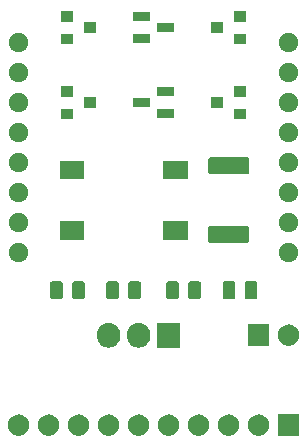
<source format=gbr>
G04 #@! TF.GenerationSoftware,KiCad,Pcbnew,5.1.5+dfsg1-2build2*
G04 #@! TF.CreationDate,2020-08-03T23:06:02+02:00*
G04 #@! TF.ProjectId,transistor_board,7472616e-7369-4737-946f-725f626f6172,rev?*
G04 #@! TF.SameCoordinates,Original*
G04 #@! TF.FileFunction,Soldermask,Top*
G04 #@! TF.FilePolarity,Negative*
%FSLAX46Y46*%
G04 Gerber Fmt 4.6, Leading zero omitted, Abs format (unit mm)*
G04 Created by KiCad (PCBNEW 5.1.5+dfsg1-2build2) date 2020-08-03 23:06:02*
%MOMM*%
%LPD*%
G04 APERTURE LIST*
%ADD10C,0.100000*%
G04 APERTURE END LIST*
D10*
G36*
X138061000Y-134886000D02*
G01*
X136259000Y-134886000D01*
X136259000Y-133084000D01*
X138061000Y-133084000D01*
X138061000Y-134886000D01*
G37*
G36*
X134733512Y-133088927D02*
G01*
X134882812Y-133118624D01*
X135046784Y-133186544D01*
X135194354Y-133285147D01*
X135319853Y-133410646D01*
X135418456Y-133558216D01*
X135486376Y-133722188D01*
X135521000Y-133896259D01*
X135521000Y-134073741D01*
X135486376Y-134247812D01*
X135418456Y-134411784D01*
X135319853Y-134559354D01*
X135194354Y-134684853D01*
X135046784Y-134783456D01*
X134882812Y-134851376D01*
X134733512Y-134881073D01*
X134708742Y-134886000D01*
X134531258Y-134886000D01*
X134506488Y-134881073D01*
X134357188Y-134851376D01*
X134193216Y-134783456D01*
X134045646Y-134684853D01*
X133920147Y-134559354D01*
X133821544Y-134411784D01*
X133753624Y-134247812D01*
X133719000Y-134073741D01*
X133719000Y-133896259D01*
X133753624Y-133722188D01*
X133821544Y-133558216D01*
X133920147Y-133410646D01*
X134045646Y-133285147D01*
X134193216Y-133186544D01*
X134357188Y-133118624D01*
X134506488Y-133088927D01*
X134531258Y-133084000D01*
X134708742Y-133084000D01*
X134733512Y-133088927D01*
G37*
G36*
X132193512Y-133088927D02*
G01*
X132342812Y-133118624D01*
X132506784Y-133186544D01*
X132654354Y-133285147D01*
X132779853Y-133410646D01*
X132878456Y-133558216D01*
X132946376Y-133722188D01*
X132981000Y-133896259D01*
X132981000Y-134073741D01*
X132946376Y-134247812D01*
X132878456Y-134411784D01*
X132779853Y-134559354D01*
X132654354Y-134684853D01*
X132506784Y-134783456D01*
X132342812Y-134851376D01*
X132193512Y-134881073D01*
X132168742Y-134886000D01*
X131991258Y-134886000D01*
X131966488Y-134881073D01*
X131817188Y-134851376D01*
X131653216Y-134783456D01*
X131505646Y-134684853D01*
X131380147Y-134559354D01*
X131281544Y-134411784D01*
X131213624Y-134247812D01*
X131179000Y-134073741D01*
X131179000Y-133896259D01*
X131213624Y-133722188D01*
X131281544Y-133558216D01*
X131380147Y-133410646D01*
X131505646Y-133285147D01*
X131653216Y-133186544D01*
X131817188Y-133118624D01*
X131966488Y-133088927D01*
X131991258Y-133084000D01*
X132168742Y-133084000D01*
X132193512Y-133088927D01*
G37*
G36*
X129653512Y-133088927D02*
G01*
X129802812Y-133118624D01*
X129966784Y-133186544D01*
X130114354Y-133285147D01*
X130239853Y-133410646D01*
X130338456Y-133558216D01*
X130406376Y-133722188D01*
X130441000Y-133896259D01*
X130441000Y-134073741D01*
X130406376Y-134247812D01*
X130338456Y-134411784D01*
X130239853Y-134559354D01*
X130114354Y-134684853D01*
X129966784Y-134783456D01*
X129802812Y-134851376D01*
X129653512Y-134881073D01*
X129628742Y-134886000D01*
X129451258Y-134886000D01*
X129426488Y-134881073D01*
X129277188Y-134851376D01*
X129113216Y-134783456D01*
X128965646Y-134684853D01*
X128840147Y-134559354D01*
X128741544Y-134411784D01*
X128673624Y-134247812D01*
X128639000Y-134073741D01*
X128639000Y-133896259D01*
X128673624Y-133722188D01*
X128741544Y-133558216D01*
X128840147Y-133410646D01*
X128965646Y-133285147D01*
X129113216Y-133186544D01*
X129277188Y-133118624D01*
X129426488Y-133088927D01*
X129451258Y-133084000D01*
X129628742Y-133084000D01*
X129653512Y-133088927D01*
G37*
G36*
X127113512Y-133088927D02*
G01*
X127262812Y-133118624D01*
X127426784Y-133186544D01*
X127574354Y-133285147D01*
X127699853Y-133410646D01*
X127798456Y-133558216D01*
X127866376Y-133722188D01*
X127901000Y-133896259D01*
X127901000Y-134073741D01*
X127866376Y-134247812D01*
X127798456Y-134411784D01*
X127699853Y-134559354D01*
X127574354Y-134684853D01*
X127426784Y-134783456D01*
X127262812Y-134851376D01*
X127113512Y-134881073D01*
X127088742Y-134886000D01*
X126911258Y-134886000D01*
X126886488Y-134881073D01*
X126737188Y-134851376D01*
X126573216Y-134783456D01*
X126425646Y-134684853D01*
X126300147Y-134559354D01*
X126201544Y-134411784D01*
X126133624Y-134247812D01*
X126099000Y-134073741D01*
X126099000Y-133896259D01*
X126133624Y-133722188D01*
X126201544Y-133558216D01*
X126300147Y-133410646D01*
X126425646Y-133285147D01*
X126573216Y-133186544D01*
X126737188Y-133118624D01*
X126886488Y-133088927D01*
X126911258Y-133084000D01*
X127088742Y-133084000D01*
X127113512Y-133088927D01*
G37*
G36*
X124573512Y-133088927D02*
G01*
X124722812Y-133118624D01*
X124886784Y-133186544D01*
X125034354Y-133285147D01*
X125159853Y-133410646D01*
X125258456Y-133558216D01*
X125326376Y-133722188D01*
X125361000Y-133896259D01*
X125361000Y-134073741D01*
X125326376Y-134247812D01*
X125258456Y-134411784D01*
X125159853Y-134559354D01*
X125034354Y-134684853D01*
X124886784Y-134783456D01*
X124722812Y-134851376D01*
X124573512Y-134881073D01*
X124548742Y-134886000D01*
X124371258Y-134886000D01*
X124346488Y-134881073D01*
X124197188Y-134851376D01*
X124033216Y-134783456D01*
X123885646Y-134684853D01*
X123760147Y-134559354D01*
X123661544Y-134411784D01*
X123593624Y-134247812D01*
X123559000Y-134073741D01*
X123559000Y-133896259D01*
X123593624Y-133722188D01*
X123661544Y-133558216D01*
X123760147Y-133410646D01*
X123885646Y-133285147D01*
X124033216Y-133186544D01*
X124197188Y-133118624D01*
X124346488Y-133088927D01*
X124371258Y-133084000D01*
X124548742Y-133084000D01*
X124573512Y-133088927D01*
G37*
G36*
X119493512Y-133088927D02*
G01*
X119642812Y-133118624D01*
X119806784Y-133186544D01*
X119954354Y-133285147D01*
X120079853Y-133410646D01*
X120178456Y-133558216D01*
X120246376Y-133722188D01*
X120281000Y-133896259D01*
X120281000Y-134073741D01*
X120246376Y-134247812D01*
X120178456Y-134411784D01*
X120079853Y-134559354D01*
X119954354Y-134684853D01*
X119806784Y-134783456D01*
X119642812Y-134851376D01*
X119493512Y-134881073D01*
X119468742Y-134886000D01*
X119291258Y-134886000D01*
X119266488Y-134881073D01*
X119117188Y-134851376D01*
X118953216Y-134783456D01*
X118805646Y-134684853D01*
X118680147Y-134559354D01*
X118581544Y-134411784D01*
X118513624Y-134247812D01*
X118479000Y-134073741D01*
X118479000Y-133896259D01*
X118513624Y-133722188D01*
X118581544Y-133558216D01*
X118680147Y-133410646D01*
X118805646Y-133285147D01*
X118953216Y-133186544D01*
X119117188Y-133118624D01*
X119266488Y-133088927D01*
X119291258Y-133084000D01*
X119468742Y-133084000D01*
X119493512Y-133088927D01*
G37*
G36*
X116953512Y-133088927D02*
G01*
X117102812Y-133118624D01*
X117266784Y-133186544D01*
X117414354Y-133285147D01*
X117539853Y-133410646D01*
X117638456Y-133558216D01*
X117706376Y-133722188D01*
X117741000Y-133896259D01*
X117741000Y-134073741D01*
X117706376Y-134247812D01*
X117638456Y-134411784D01*
X117539853Y-134559354D01*
X117414354Y-134684853D01*
X117266784Y-134783456D01*
X117102812Y-134851376D01*
X116953512Y-134881073D01*
X116928742Y-134886000D01*
X116751258Y-134886000D01*
X116726488Y-134881073D01*
X116577188Y-134851376D01*
X116413216Y-134783456D01*
X116265646Y-134684853D01*
X116140147Y-134559354D01*
X116041544Y-134411784D01*
X115973624Y-134247812D01*
X115939000Y-134073741D01*
X115939000Y-133896259D01*
X115973624Y-133722188D01*
X116041544Y-133558216D01*
X116140147Y-133410646D01*
X116265646Y-133285147D01*
X116413216Y-133186544D01*
X116577188Y-133118624D01*
X116726488Y-133088927D01*
X116751258Y-133084000D01*
X116928742Y-133084000D01*
X116953512Y-133088927D01*
G37*
G36*
X114413512Y-133088927D02*
G01*
X114562812Y-133118624D01*
X114726784Y-133186544D01*
X114874354Y-133285147D01*
X114999853Y-133410646D01*
X115098456Y-133558216D01*
X115166376Y-133722188D01*
X115201000Y-133896259D01*
X115201000Y-134073741D01*
X115166376Y-134247812D01*
X115098456Y-134411784D01*
X114999853Y-134559354D01*
X114874354Y-134684853D01*
X114726784Y-134783456D01*
X114562812Y-134851376D01*
X114413512Y-134881073D01*
X114388742Y-134886000D01*
X114211258Y-134886000D01*
X114186488Y-134881073D01*
X114037188Y-134851376D01*
X113873216Y-134783456D01*
X113725646Y-134684853D01*
X113600147Y-134559354D01*
X113501544Y-134411784D01*
X113433624Y-134247812D01*
X113399000Y-134073741D01*
X113399000Y-133896259D01*
X113433624Y-133722188D01*
X113501544Y-133558216D01*
X113600147Y-133410646D01*
X113725646Y-133285147D01*
X113873216Y-133186544D01*
X114037188Y-133118624D01*
X114186488Y-133088927D01*
X114211258Y-133084000D01*
X114388742Y-133084000D01*
X114413512Y-133088927D01*
G37*
G36*
X122033512Y-133088927D02*
G01*
X122182812Y-133118624D01*
X122346784Y-133186544D01*
X122494354Y-133285147D01*
X122619853Y-133410646D01*
X122718456Y-133558216D01*
X122786376Y-133722188D01*
X122821000Y-133896259D01*
X122821000Y-134073741D01*
X122786376Y-134247812D01*
X122718456Y-134411784D01*
X122619853Y-134559354D01*
X122494354Y-134684853D01*
X122346784Y-134783456D01*
X122182812Y-134851376D01*
X122033512Y-134881073D01*
X122008742Y-134886000D01*
X121831258Y-134886000D01*
X121806488Y-134881073D01*
X121657188Y-134851376D01*
X121493216Y-134783456D01*
X121345646Y-134684853D01*
X121220147Y-134559354D01*
X121121544Y-134411784D01*
X121053624Y-134247812D01*
X121019000Y-134073741D01*
X121019000Y-133896259D01*
X121053624Y-133722188D01*
X121121544Y-133558216D01*
X121220147Y-133410646D01*
X121345646Y-133285147D01*
X121493216Y-133186544D01*
X121657188Y-133118624D01*
X121806488Y-133088927D01*
X121831258Y-133084000D01*
X122008742Y-133084000D01*
X122033512Y-133088927D01*
G37*
G36*
X122116720Y-125328520D02*
G01*
X122305881Y-125385901D01*
X122480212Y-125479083D01*
X122633015Y-125604485D01*
X122758417Y-125757288D01*
X122802182Y-125839167D01*
X122851598Y-125931617D01*
X122851599Y-125931620D01*
X122908980Y-126120781D01*
X122923500Y-126268207D01*
X122923500Y-126461794D01*
X122908980Y-126609220D01*
X122851599Y-126798381D01*
X122758417Y-126972712D01*
X122633015Y-127125515D01*
X122480212Y-127250917D01*
X122398333Y-127294682D01*
X122305883Y-127344098D01*
X122305880Y-127344099D01*
X122116719Y-127401480D01*
X121920000Y-127420855D01*
X121723280Y-127401480D01*
X121534119Y-127344099D01*
X121359788Y-127250917D01*
X121206985Y-127125515D01*
X121081583Y-126972712D01*
X121037818Y-126890833D01*
X120988402Y-126798383D01*
X120986400Y-126791782D01*
X120931020Y-126609219D01*
X120916500Y-126461793D01*
X120916500Y-126268206D01*
X120931020Y-126120780D01*
X120988401Y-125931619D01*
X121081583Y-125757288D01*
X121206985Y-125604485D01*
X121359788Y-125479083D01*
X121534120Y-125385901D01*
X121723281Y-125328520D01*
X121920000Y-125309145D01*
X122116720Y-125328520D01*
G37*
G36*
X124656720Y-125328520D02*
G01*
X124845881Y-125385901D01*
X125020212Y-125479083D01*
X125173015Y-125604485D01*
X125298417Y-125757288D01*
X125342182Y-125839167D01*
X125391598Y-125931617D01*
X125391599Y-125931620D01*
X125448980Y-126120781D01*
X125463500Y-126268207D01*
X125463500Y-126461794D01*
X125448980Y-126609220D01*
X125391599Y-126798381D01*
X125298417Y-126972712D01*
X125173015Y-127125515D01*
X125020212Y-127250917D01*
X124938333Y-127294682D01*
X124845883Y-127344098D01*
X124845880Y-127344099D01*
X124656719Y-127401480D01*
X124460000Y-127420855D01*
X124263280Y-127401480D01*
X124074119Y-127344099D01*
X123899788Y-127250917D01*
X123746985Y-127125515D01*
X123621583Y-126972712D01*
X123577818Y-126890833D01*
X123528402Y-126798383D01*
X123526400Y-126791782D01*
X123471020Y-126609219D01*
X123456500Y-126461793D01*
X123456500Y-126268206D01*
X123471020Y-126120780D01*
X123528401Y-125931619D01*
X123621583Y-125757288D01*
X123746985Y-125604485D01*
X123899788Y-125479083D01*
X124074120Y-125385901D01*
X124263281Y-125328520D01*
X124460000Y-125309145D01*
X124656720Y-125328520D01*
G37*
G36*
X128003500Y-127416000D02*
G01*
X125996500Y-127416000D01*
X125996500Y-125314000D01*
X128003500Y-125314000D01*
X128003500Y-127416000D01*
G37*
G36*
X137273512Y-125468927D02*
G01*
X137422812Y-125498624D01*
X137586784Y-125566544D01*
X137734354Y-125665147D01*
X137859853Y-125790646D01*
X137958456Y-125938216D01*
X138026376Y-126102188D01*
X138056073Y-126251488D01*
X138061000Y-126276258D01*
X138061000Y-126453742D01*
X138059398Y-126461794D01*
X138026376Y-126627812D01*
X137958456Y-126791784D01*
X137859853Y-126939354D01*
X137734354Y-127064853D01*
X137586784Y-127163456D01*
X137422812Y-127231376D01*
X137273512Y-127261073D01*
X137248742Y-127266000D01*
X137071258Y-127266000D01*
X137046488Y-127261073D01*
X136897188Y-127231376D01*
X136733216Y-127163456D01*
X136585646Y-127064853D01*
X136460147Y-126939354D01*
X136361544Y-126791784D01*
X136293624Y-126627812D01*
X136260602Y-126461794D01*
X136259000Y-126453742D01*
X136259000Y-126276258D01*
X136263927Y-126251488D01*
X136293624Y-126102188D01*
X136361544Y-125938216D01*
X136460147Y-125790646D01*
X136585646Y-125665147D01*
X136733216Y-125566544D01*
X136897188Y-125498624D01*
X137046488Y-125468927D01*
X137071258Y-125464000D01*
X137248742Y-125464000D01*
X137273512Y-125468927D01*
G37*
G36*
X135521000Y-127266000D02*
G01*
X133719000Y-127266000D01*
X133719000Y-125464000D01*
X135521000Y-125464000D01*
X135521000Y-127266000D01*
G37*
G36*
X134356968Y-121808565D02*
G01*
X134395638Y-121820296D01*
X134431277Y-121839346D01*
X134462517Y-121864983D01*
X134488154Y-121896223D01*
X134507204Y-121931862D01*
X134518935Y-121970532D01*
X134523500Y-122016888D01*
X134523500Y-123093112D01*
X134518935Y-123139468D01*
X134507204Y-123178138D01*
X134488154Y-123213777D01*
X134462517Y-123245017D01*
X134431277Y-123270654D01*
X134395638Y-123289704D01*
X134356968Y-123301435D01*
X134310612Y-123306000D01*
X133659388Y-123306000D01*
X133613032Y-123301435D01*
X133574362Y-123289704D01*
X133538723Y-123270654D01*
X133507483Y-123245017D01*
X133481846Y-123213777D01*
X133462796Y-123178138D01*
X133451065Y-123139468D01*
X133446500Y-123093112D01*
X133446500Y-122016888D01*
X133451065Y-121970532D01*
X133462796Y-121931862D01*
X133481846Y-121896223D01*
X133507483Y-121864983D01*
X133538723Y-121839346D01*
X133574362Y-121820296D01*
X133613032Y-121808565D01*
X133659388Y-121804000D01*
X134310612Y-121804000D01*
X134356968Y-121808565D01*
G37*
G36*
X127704468Y-121808565D02*
G01*
X127743138Y-121820296D01*
X127778777Y-121839346D01*
X127810017Y-121864983D01*
X127835654Y-121896223D01*
X127854704Y-121931862D01*
X127866435Y-121970532D01*
X127871000Y-122016888D01*
X127871000Y-123093112D01*
X127866435Y-123139468D01*
X127854704Y-123178138D01*
X127835654Y-123213777D01*
X127810017Y-123245017D01*
X127778777Y-123270654D01*
X127743138Y-123289704D01*
X127704468Y-123301435D01*
X127658112Y-123306000D01*
X127006888Y-123306000D01*
X126960532Y-123301435D01*
X126921862Y-123289704D01*
X126886223Y-123270654D01*
X126854983Y-123245017D01*
X126829346Y-123213777D01*
X126810296Y-123178138D01*
X126798565Y-123139468D01*
X126794000Y-123093112D01*
X126794000Y-122016888D01*
X126798565Y-121970532D01*
X126810296Y-121931862D01*
X126829346Y-121896223D01*
X126854983Y-121864983D01*
X126886223Y-121839346D01*
X126921862Y-121820296D01*
X126960532Y-121808565D01*
X127006888Y-121804000D01*
X127658112Y-121804000D01*
X127704468Y-121808565D01*
G37*
G36*
X129579468Y-121808565D02*
G01*
X129618138Y-121820296D01*
X129653777Y-121839346D01*
X129685017Y-121864983D01*
X129710654Y-121896223D01*
X129729704Y-121931862D01*
X129741435Y-121970532D01*
X129746000Y-122016888D01*
X129746000Y-123093112D01*
X129741435Y-123139468D01*
X129729704Y-123178138D01*
X129710654Y-123213777D01*
X129685017Y-123245017D01*
X129653777Y-123270654D01*
X129618138Y-123289704D01*
X129579468Y-123301435D01*
X129533112Y-123306000D01*
X128881888Y-123306000D01*
X128835532Y-123301435D01*
X128796862Y-123289704D01*
X128761223Y-123270654D01*
X128729983Y-123245017D01*
X128704346Y-123213777D01*
X128685296Y-123178138D01*
X128673565Y-123139468D01*
X128669000Y-123093112D01*
X128669000Y-122016888D01*
X128673565Y-121970532D01*
X128685296Y-121931862D01*
X128704346Y-121896223D01*
X128729983Y-121864983D01*
X128761223Y-121839346D01*
X128796862Y-121820296D01*
X128835532Y-121808565D01*
X128881888Y-121804000D01*
X129533112Y-121804000D01*
X129579468Y-121808565D01*
G37*
G36*
X124499468Y-121808565D02*
G01*
X124538138Y-121820296D01*
X124573777Y-121839346D01*
X124605017Y-121864983D01*
X124630654Y-121896223D01*
X124649704Y-121931862D01*
X124661435Y-121970532D01*
X124666000Y-122016888D01*
X124666000Y-123093112D01*
X124661435Y-123139468D01*
X124649704Y-123178138D01*
X124630654Y-123213777D01*
X124605017Y-123245017D01*
X124573777Y-123270654D01*
X124538138Y-123289704D01*
X124499468Y-123301435D01*
X124453112Y-123306000D01*
X123801888Y-123306000D01*
X123755532Y-123301435D01*
X123716862Y-123289704D01*
X123681223Y-123270654D01*
X123649983Y-123245017D01*
X123624346Y-123213777D01*
X123605296Y-123178138D01*
X123593565Y-123139468D01*
X123589000Y-123093112D01*
X123589000Y-122016888D01*
X123593565Y-121970532D01*
X123605296Y-121931862D01*
X123624346Y-121896223D01*
X123649983Y-121864983D01*
X123681223Y-121839346D01*
X123716862Y-121820296D01*
X123755532Y-121808565D01*
X123801888Y-121804000D01*
X124453112Y-121804000D01*
X124499468Y-121808565D01*
G37*
G36*
X132481968Y-121808565D02*
G01*
X132520638Y-121820296D01*
X132556277Y-121839346D01*
X132587517Y-121864983D01*
X132613154Y-121896223D01*
X132632204Y-121931862D01*
X132643935Y-121970532D01*
X132648500Y-122016888D01*
X132648500Y-123093112D01*
X132643935Y-123139468D01*
X132632204Y-123178138D01*
X132613154Y-123213777D01*
X132587517Y-123245017D01*
X132556277Y-123270654D01*
X132520638Y-123289704D01*
X132481968Y-123301435D01*
X132435612Y-123306000D01*
X131784388Y-123306000D01*
X131738032Y-123301435D01*
X131699362Y-123289704D01*
X131663723Y-123270654D01*
X131632483Y-123245017D01*
X131606846Y-123213777D01*
X131587796Y-123178138D01*
X131576065Y-123139468D01*
X131571500Y-123093112D01*
X131571500Y-122016888D01*
X131576065Y-121970532D01*
X131587796Y-121931862D01*
X131606846Y-121896223D01*
X131632483Y-121864983D01*
X131663723Y-121839346D01*
X131699362Y-121820296D01*
X131738032Y-121808565D01*
X131784388Y-121804000D01*
X132435612Y-121804000D01*
X132481968Y-121808565D01*
G37*
G36*
X117876968Y-121808565D02*
G01*
X117915638Y-121820296D01*
X117951277Y-121839346D01*
X117982517Y-121864983D01*
X118008154Y-121896223D01*
X118027204Y-121931862D01*
X118038935Y-121970532D01*
X118043500Y-122016888D01*
X118043500Y-123093112D01*
X118038935Y-123139468D01*
X118027204Y-123178138D01*
X118008154Y-123213777D01*
X117982517Y-123245017D01*
X117951277Y-123270654D01*
X117915638Y-123289704D01*
X117876968Y-123301435D01*
X117830612Y-123306000D01*
X117179388Y-123306000D01*
X117133032Y-123301435D01*
X117094362Y-123289704D01*
X117058723Y-123270654D01*
X117027483Y-123245017D01*
X117001846Y-123213777D01*
X116982796Y-123178138D01*
X116971065Y-123139468D01*
X116966500Y-123093112D01*
X116966500Y-122016888D01*
X116971065Y-121970532D01*
X116982796Y-121931862D01*
X117001846Y-121896223D01*
X117027483Y-121864983D01*
X117058723Y-121839346D01*
X117094362Y-121820296D01*
X117133032Y-121808565D01*
X117179388Y-121804000D01*
X117830612Y-121804000D01*
X117876968Y-121808565D01*
G37*
G36*
X119751968Y-121808565D02*
G01*
X119790638Y-121820296D01*
X119826277Y-121839346D01*
X119857517Y-121864983D01*
X119883154Y-121896223D01*
X119902204Y-121931862D01*
X119913935Y-121970532D01*
X119918500Y-122016888D01*
X119918500Y-123093112D01*
X119913935Y-123139468D01*
X119902204Y-123178138D01*
X119883154Y-123213777D01*
X119857517Y-123245017D01*
X119826277Y-123270654D01*
X119790638Y-123289704D01*
X119751968Y-123301435D01*
X119705612Y-123306000D01*
X119054388Y-123306000D01*
X119008032Y-123301435D01*
X118969362Y-123289704D01*
X118933723Y-123270654D01*
X118902483Y-123245017D01*
X118876846Y-123213777D01*
X118857796Y-123178138D01*
X118846065Y-123139468D01*
X118841500Y-123093112D01*
X118841500Y-122016888D01*
X118846065Y-121970532D01*
X118857796Y-121931862D01*
X118876846Y-121896223D01*
X118902483Y-121864983D01*
X118933723Y-121839346D01*
X118969362Y-121820296D01*
X119008032Y-121808565D01*
X119054388Y-121804000D01*
X119705612Y-121804000D01*
X119751968Y-121808565D01*
G37*
G36*
X122624468Y-121808565D02*
G01*
X122663138Y-121820296D01*
X122698777Y-121839346D01*
X122730017Y-121864983D01*
X122755654Y-121896223D01*
X122774704Y-121931862D01*
X122786435Y-121970532D01*
X122791000Y-122016888D01*
X122791000Y-123093112D01*
X122786435Y-123139468D01*
X122774704Y-123178138D01*
X122755654Y-123213777D01*
X122730017Y-123245017D01*
X122698777Y-123270654D01*
X122663138Y-123289704D01*
X122624468Y-123301435D01*
X122578112Y-123306000D01*
X121926888Y-123306000D01*
X121880532Y-123301435D01*
X121841862Y-123289704D01*
X121806223Y-123270654D01*
X121774983Y-123245017D01*
X121749346Y-123213777D01*
X121730296Y-123178138D01*
X121718565Y-123139468D01*
X121714000Y-123093112D01*
X121714000Y-122016888D01*
X121718565Y-121970532D01*
X121730296Y-121931862D01*
X121749346Y-121896223D01*
X121774983Y-121864983D01*
X121806223Y-121839346D01*
X121841862Y-121820296D01*
X121880532Y-121808565D01*
X121926888Y-121804000D01*
X122578112Y-121804000D01*
X122624468Y-121808565D01*
G37*
G36*
X114537142Y-118598242D02*
G01*
X114685101Y-118659529D01*
X114818255Y-118748499D01*
X114931501Y-118861745D01*
X115020471Y-118994899D01*
X115081758Y-119142858D01*
X115113000Y-119299925D01*
X115113000Y-119460075D01*
X115081758Y-119617142D01*
X115020471Y-119765101D01*
X114931501Y-119898255D01*
X114818255Y-120011501D01*
X114685101Y-120100471D01*
X114537142Y-120161758D01*
X114380075Y-120193000D01*
X114219925Y-120193000D01*
X114062858Y-120161758D01*
X113914899Y-120100471D01*
X113781745Y-120011501D01*
X113668499Y-119898255D01*
X113579529Y-119765101D01*
X113518242Y-119617142D01*
X113487000Y-119460075D01*
X113487000Y-119299925D01*
X113518242Y-119142858D01*
X113579529Y-118994899D01*
X113668499Y-118861745D01*
X113781745Y-118748499D01*
X113914899Y-118659529D01*
X114062858Y-118598242D01*
X114219925Y-118567000D01*
X114380075Y-118567000D01*
X114537142Y-118598242D01*
G37*
G36*
X137397142Y-118598242D02*
G01*
X137545101Y-118659529D01*
X137678255Y-118748499D01*
X137791501Y-118861745D01*
X137880471Y-118994899D01*
X137941758Y-119142858D01*
X137973000Y-119299925D01*
X137973000Y-119460075D01*
X137941758Y-119617142D01*
X137880471Y-119765101D01*
X137791501Y-119898255D01*
X137678255Y-120011501D01*
X137545101Y-120100471D01*
X137397142Y-120161758D01*
X137240075Y-120193000D01*
X137079925Y-120193000D01*
X136922858Y-120161758D01*
X136774899Y-120100471D01*
X136641745Y-120011501D01*
X136528499Y-119898255D01*
X136439529Y-119765101D01*
X136378242Y-119617142D01*
X136347000Y-119460075D01*
X136347000Y-119299925D01*
X136378242Y-119142858D01*
X136439529Y-118994899D01*
X136528499Y-118861745D01*
X136641745Y-118748499D01*
X136774899Y-118659529D01*
X136922858Y-118598242D01*
X137079925Y-118567000D01*
X137240075Y-118567000D01*
X137397142Y-118598242D01*
G37*
G36*
X133652798Y-117113247D02*
G01*
X133688367Y-117124037D01*
X133721139Y-117141554D01*
X133749869Y-117165131D01*
X133773446Y-117193861D01*
X133790963Y-117226633D01*
X133801753Y-117262202D01*
X133806000Y-117305325D01*
X133806000Y-118364675D01*
X133801753Y-118407798D01*
X133790963Y-118443367D01*
X133773446Y-118476139D01*
X133749869Y-118504869D01*
X133721139Y-118528446D01*
X133688367Y-118545963D01*
X133652798Y-118556753D01*
X133609675Y-118561000D01*
X130550325Y-118561000D01*
X130507202Y-118556753D01*
X130471633Y-118545963D01*
X130438861Y-118528446D01*
X130410131Y-118504869D01*
X130386554Y-118476139D01*
X130369037Y-118443367D01*
X130358247Y-118407798D01*
X130354000Y-118364675D01*
X130354000Y-117305325D01*
X130358247Y-117262202D01*
X130369037Y-117226633D01*
X130386554Y-117193861D01*
X130410131Y-117165131D01*
X130438861Y-117141554D01*
X130471633Y-117124037D01*
X130507202Y-117113247D01*
X130550325Y-117109000D01*
X133609675Y-117109000D01*
X133652798Y-117113247D01*
G37*
G36*
X128611000Y-118286000D02*
G01*
X126509000Y-118286000D01*
X126509000Y-116684000D01*
X128611000Y-116684000D01*
X128611000Y-118286000D01*
G37*
G36*
X119871000Y-118286000D02*
G01*
X117769000Y-118286000D01*
X117769000Y-116684000D01*
X119871000Y-116684000D01*
X119871000Y-118286000D01*
G37*
G36*
X137397142Y-116058242D02*
G01*
X137545101Y-116119529D01*
X137678255Y-116208499D01*
X137791501Y-116321745D01*
X137880471Y-116454899D01*
X137941758Y-116602858D01*
X137973000Y-116759925D01*
X137973000Y-116920075D01*
X137941758Y-117077142D01*
X137880471Y-117225101D01*
X137791501Y-117358255D01*
X137678255Y-117471501D01*
X137545101Y-117560471D01*
X137397142Y-117621758D01*
X137240075Y-117653000D01*
X137079925Y-117653000D01*
X136922858Y-117621758D01*
X136774899Y-117560471D01*
X136641745Y-117471501D01*
X136528499Y-117358255D01*
X136439529Y-117225101D01*
X136378242Y-117077142D01*
X136347000Y-116920075D01*
X136347000Y-116759925D01*
X136378242Y-116602858D01*
X136439529Y-116454899D01*
X136528499Y-116321745D01*
X136641745Y-116208499D01*
X136774899Y-116119529D01*
X136922858Y-116058242D01*
X137079925Y-116027000D01*
X137240075Y-116027000D01*
X137397142Y-116058242D01*
G37*
G36*
X114537142Y-116058242D02*
G01*
X114685101Y-116119529D01*
X114818255Y-116208499D01*
X114931501Y-116321745D01*
X115020471Y-116454899D01*
X115081758Y-116602858D01*
X115113000Y-116759925D01*
X115113000Y-116920075D01*
X115081758Y-117077142D01*
X115020471Y-117225101D01*
X114931501Y-117358255D01*
X114818255Y-117471501D01*
X114685101Y-117560471D01*
X114537142Y-117621758D01*
X114380075Y-117653000D01*
X114219925Y-117653000D01*
X114062858Y-117621758D01*
X113914899Y-117560471D01*
X113781745Y-117471501D01*
X113668499Y-117358255D01*
X113579529Y-117225101D01*
X113518242Y-117077142D01*
X113487000Y-116920075D01*
X113487000Y-116759925D01*
X113518242Y-116602858D01*
X113579529Y-116454899D01*
X113668499Y-116321745D01*
X113781745Y-116208499D01*
X113914899Y-116119529D01*
X114062858Y-116058242D01*
X114219925Y-116027000D01*
X114380075Y-116027000D01*
X114537142Y-116058242D01*
G37*
G36*
X137397142Y-113518242D02*
G01*
X137545101Y-113579529D01*
X137678255Y-113668499D01*
X137791501Y-113781745D01*
X137880471Y-113914899D01*
X137941758Y-114062858D01*
X137973000Y-114219925D01*
X137973000Y-114380075D01*
X137941758Y-114537142D01*
X137880471Y-114685101D01*
X137791501Y-114818255D01*
X137678255Y-114931501D01*
X137545101Y-115020471D01*
X137397142Y-115081758D01*
X137240075Y-115113000D01*
X137079925Y-115113000D01*
X136922858Y-115081758D01*
X136774899Y-115020471D01*
X136641745Y-114931501D01*
X136528499Y-114818255D01*
X136439529Y-114685101D01*
X136378242Y-114537142D01*
X136347000Y-114380075D01*
X136347000Y-114219925D01*
X136378242Y-114062858D01*
X136439529Y-113914899D01*
X136528499Y-113781745D01*
X136641745Y-113668499D01*
X136774899Y-113579529D01*
X136922858Y-113518242D01*
X137079925Y-113487000D01*
X137240075Y-113487000D01*
X137397142Y-113518242D01*
G37*
G36*
X114537142Y-113518242D02*
G01*
X114685101Y-113579529D01*
X114818255Y-113668499D01*
X114931501Y-113781745D01*
X115020471Y-113914899D01*
X115081758Y-114062858D01*
X115113000Y-114219925D01*
X115113000Y-114380075D01*
X115081758Y-114537142D01*
X115020471Y-114685101D01*
X114931501Y-114818255D01*
X114818255Y-114931501D01*
X114685101Y-115020471D01*
X114537142Y-115081758D01*
X114380075Y-115113000D01*
X114219925Y-115113000D01*
X114062858Y-115081758D01*
X113914899Y-115020471D01*
X113781745Y-114931501D01*
X113668499Y-114818255D01*
X113579529Y-114685101D01*
X113518242Y-114537142D01*
X113487000Y-114380075D01*
X113487000Y-114219925D01*
X113518242Y-114062858D01*
X113579529Y-113914899D01*
X113668499Y-113781745D01*
X113781745Y-113668499D01*
X113914899Y-113579529D01*
X114062858Y-113518242D01*
X114219925Y-113487000D01*
X114380075Y-113487000D01*
X114537142Y-113518242D01*
G37*
G36*
X119871000Y-113186000D02*
G01*
X117769000Y-113186000D01*
X117769000Y-111584000D01*
X119871000Y-111584000D01*
X119871000Y-113186000D01*
G37*
G36*
X128611000Y-113186000D02*
G01*
X126509000Y-113186000D01*
X126509000Y-111584000D01*
X128611000Y-111584000D01*
X128611000Y-113186000D01*
G37*
G36*
X133652798Y-111313247D02*
G01*
X133688367Y-111324037D01*
X133721139Y-111341554D01*
X133749869Y-111365131D01*
X133773446Y-111393861D01*
X133790963Y-111426633D01*
X133801753Y-111462202D01*
X133806000Y-111505325D01*
X133806000Y-112564675D01*
X133801753Y-112607798D01*
X133790963Y-112643367D01*
X133773446Y-112676139D01*
X133749869Y-112704869D01*
X133721139Y-112728446D01*
X133688367Y-112745963D01*
X133652798Y-112756753D01*
X133609675Y-112761000D01*
X130550325Y-112761000D01*
X130507202Y-112756753D01*
X130471633Y-112745963D01*
X130438861Y-112728446D01*
X130410131Y-112704869D01*
X130386554Y-112676139D01*
X130369037Y-112643367D01*
X130358247Y-112607798D01*
X130354000Y-112564675D01*
X130354000Y-111505325D01*
X130358247Y-111462202D01*
X130369037Y-111426633D01*
X130386554Y-111393861D01*
X130410131Y-111365131D01*
X130438861Y-111341554D01*
X130471633Y-111324037D01*
X130507202Y-111313247D01*
X130550325Y-111309000D01*
X133609675Y-111309000D01*
X133652798Y-111313247D01*
G37*
G36*
X114537142Y-110978242D02*
G01*
X114685101Y-111039529D01*
X114818255Y-111128499D01*
X114931501Y-111241745D01*
X115020471Y-111374899D01*
X115081758Y-111522858D01*
X115113000Y-111679925D01*
X115113000Y-111840075D01*
X115081758Y-111997142D01*
X115020471Y-112145101D01*
X114931501Y-112278255D01*
X114818255Y-112391501D01*
X114685101Y-112480471D01*
X114537142Y-112541758D01*
X114380075Y-112573000D01*
X114219925Y-112573000D01*
X114062858Y-112541758D01*
X113914899Y-112480471D01*
X113781745Y-112391501D01*
X113668499Y-112278255D01*
X113579529Y-112145101D01*
X113518242Y-111997142D01*
X113487000Y-111840075D01*
X113487000Y-111679925D01*
X113518242Y-111522858D01*
X113579529Y-111374899D01*
X113668499Y-111241745D01*
X113781745Y-111128499D01*
X113914899Y-111039529D01*
X114062858Y-110978242D01*
X114219925Y-110947000D01*
X114380075Y-110947000D01*
X114537142Y-110978242D01*
G37*
G36*
X137397142Y-110978242D02*
G01*
X137545101Y-111039529D01*
X137678255Y-111128499D01*
X137791501Y-111241745D01*
X137880471Y-111374899D01*
X137941758Y-111522858D01*
X137973000Y-111679925D01*
X137973000Y-111840075D01*
X137941758Y-111997142D01*
X137880471Y-112145101D01*
X137791501Y-112278255D01*
X137678255Y-112391501D01*
X137545101Y-112480471D01*
X137397142Y-112541758D01*
X137240075Y-112573000D01*
X137079925Y-112573000D01*
X136922858Y-112541758D01*
X136774899Y-112480471D01*
X136641745Y-112391501D01*
X136528499Y-112278255D01*
X136439529Y-112145101D01*
X136378242Y-111997142D01*
X136347000Y-111840075D01*
X136347000Y-111679925D01*
X136378242Y-111522858D01*
X136439529Y-111374899D01*
X136528499Y-111241745D01*
X136641745Y-111128499D01*
X136774899Y-111039529D01*
X136922858Y-110978242D01*
X137079925Y-110947000D01*
X137240075Y-110947000D01*
X137397142Y-110978242D01*
G37*
G36*
X137397142Y-108438242D02*
G01*
X137545101Y-108499529D01*
X137678255Y-108588499D01*
X137791501Y-108701745D01*
X137880471Y-108834899D01*
X137941758Y-108982858D01*
X137973000Y-109139925D01*
X137973000Y-109300075D01*
X137941758Y-109457142D01*
X137880471Y-109605101D01*
X137791501Y-109738255D01*
X137678255Y-109851501D01*
X137545101Y-109940471D01*
X137397142Y-110001758D01*
X137240075Y-110033000D01*
X137079925Y-110033000D01*
X136922858Y-110001758D01*
X136774899Y-109940471D01*
X136641745Y-109851501D01*
X136528499Y-109738255D01*
X136439529Y-109605101D01*
X136378242Y-109457142D01*
X136347000Y-109300075D01*
X136347000Y-109139925D01*
X136378242Y-108982858D01*
X136439529Y-108834899D01*
X136528499Y-108701745D01*
X136641745Y-108588499D01*
X136774899Y-108499529D01*
X136922858Y-108438242D01*
X137079925Y-108407000D01*
X137240075Y-108407000D01*
X137397142Y-108438242D01*
G37*
G36*
X114537142Y-108438242D02*
G01*
X114685101Y-108499529D01*
X114818255Y-108588499D01*
X114931501Y-108701745D01*
X115020471Y-108834899D01*
X115081758Y-108982858D01*
X115113000Y-109139925D01*
X115113000Y-109300075D01*
X115081758Y-109457142D01*
X115020471Y-109605101D01*
X114931501Y-109738255D01*
X114818255Y-109851501D01*
X114685101Y-109940471D01*
X114537142Y-110001758D01*
X114380075Y-110033000D01*
X114219925Y-110033000D01*
X114062858Y-110001758D01*
X113914899Y-109940471D01*
X113781745Y-109851501D01*
X113668499Y-109738255D01*
X113579529Y-109605101D01*
X113518242Y-109457142D01*
X113487000Y-109300075D01*
X113487000Y-109139925D01*
X113518242Y-108982858D01*
X113579529Y-108834899D01*
X113668499Y-108701745D01*
X113781745Y-108588499D01*
X113914899Y-108499529D01*
X114062858Y-108438242D01*
X114219925Y-108407000D01*
X114380075Y-108407000D01*
X114537142Y-108438242D01*
G37*
G36*
X118881000Y-108081000D02*
G01*
X117879000Y-108081000D01*
X117879000Y-107179000D01*
X118881000Y-107179000D01*
X118881000Y-108081000D01*
G37*
G36*
X133581000Y-108081000D02*
G01*
X132579000Y-108081000D01*
X132579000Y-107179000D01*
X133581000Y-107179000D01*
X133581000Y-108081000D01*
G37*
G36*
X127500000Y-108000000D02*
G01*
X126060000Y-108000000D01*
X126060000Y-107260000D01*
X127500000Y-107260000D01*
X127500000Y-108000000D01*
G37*
G36*
X137397142Y-105898242D02*
G01*
X137545101Y-105959529D01*
X137678255Y-106048499D01*
X137791501Y-106161745D01*
X137880471Y-106294899D01*
X137941758Y-106442858D01*
X137973000Y-106599925D01*
X137973000Y-106760075D01*
X137941758Y-106917142D01*
X137880471Y-107065101D01*
X137791501Y-107198255D01*
X137678255Y-107311501D01*
X137545101Y-107400471D01*
X137397142Y-107461758D01*
X137240075Y-107493000D01*
X137079925Y-107493000D01*
X136922858Y-107461758D01*
X136774899Y-107400471D01*
X136641745Y-107311501D01*
X136528499Y-107198255D01*
X136439529Y-107065101D01*
X136378242Y-106917142D01*
X136347000Y-106760075D01*
X136347000Y-106599925D01*
X136378242Y-106442858D01*
X136439529Y-106294899D01*
X136528499Y-106161745D01*
X136641745Y-106048499D01*
X136774899Y-105959529D01*
X136922858Y-105898242D01*
X137079925Y-105867000D01*
X137240075Y-105867000D01*
X137397142Y-105898242D01*
G37*
G36*
X114537142Y-105898242D02*
G01*
X114685101Y-105959529D01*
X114818255Y-106048499D01*
X114931501Y-106161745D01*
X115020471Y-106294899D01*
X115081758Y-106442858D01*
X115113000Y-106599925D01*
X115113000Y-106760075D01*
X115081758Y-106917142D01*
X115020471Y-107065101D01*
X114931501Y-107198255D01*
X114818255Y-107311501D01*
X114685101Y-107400471D01*
X114537142Y-107461758D01*
X114380075Y-107493000D01*
X114219925Y-107493000D01*
X114062858Y-107461758D01*
X113914899Y-107400471D01*
X113781745Y-107311501D01*
X113668499Y-107198255D01*
X113579529Y-107065101D01*
X113518242Y-106917142D01*
X113487000Y-106760075D01*
X113487000Y-106599925D01*
X113518242Y-106442858D01*
X113579529Y-106294899D01*
X113668499Y-106161745D01*
X113781745Y-106048499D01*
X113914899Y-105959529D01*
X114062858Y-105898242D01*
X114219925Y-105867000D01*
X114380075Y-105867000D01*
X114537142Y-105898242D01*
G37*
G36*
X131581000Y-107131000D02*
G01*
X130579000Y-107131000D01*
X130579000Y-106229000D01*
X131581000Y-106229000D01*
X131581000Y-107131000D01*
G37*
G36*
X120881000Y-107131000D02*
G01*
X119879000Y-107131000D01*
X119879000Y-106229000D01*
X120881000Y-106229000D01*
X120881000Y-107131000D01*
G37*
G36*
X125400000Y-107050000D02*
G01*
X123960000Y-107050000D01*
X123960000Y-106310000D01*
X125400000Y-106310000D01*
X125400000Y-107050000D01*
G37*
G36*
X133581000Y-106181000D02*
G01*
X132579000Y-106181000D01*
X132579000Y-105279000D01*
X133581000Y-105279000D01*
X133581000Y-106181000D01*
G37*
G36*
X118881000Y-106181000D02*
G01*
X117879000Y-106181000D01*
X117879000Y-105279000D01*
X118881000Y-105279000D01*
X118881000Y-106181000D01*
G37*
G36*
X127500000Y-106100000D02*
G01*
X126060000Y-106100000D01*
X126060000Y-105360000D01*
X127500000Y-105360000D01*
X127500000Y-106100000D01*
G37*
G36*
X137397142Y-103358242D02*
G01*
X137545101Y-103419529D01*
X137678255Y-103508499D01*
X137791501Y-103621745D01*
X137880471Y-103754899D01*
X137941758Y-103902858D01*
X137973000Y-104059925D01*
X137973000Y-104220075D01*
X137941758Y-104377142D01*
X137880471Y-104525101D01*
X137791501Y-104658255D01*
X137678255Y-104771501D01*
X137545101Y-104860471D01*
X137397142Y-104921758D01*
X137240075Y-104953000D01*
X137079925Y-104953000D01*
X136922858Y-104921758D01*
X136774899Y-104860471D01*
X136641745Y-104771501D01*
X136528499Y-104658255D01*
X136439529Y-104525101D01*
X136378242Y-104377142D01*
X136347000Y-104220075D01*
X136347000Y-104059925D01*
X136378242Y-103902858D01*
X136439529Y-103754899D01*
X136528499Y-103621745D01*
X136641745Y-103508499D01*
X136774899Y-103419529D01*
X136922858Y-103358242D01*
X137079925Y-103327000D01*
X137240075Y-103327000D01*
X137397142Y-103358242D01*
G37*
G36*
X114537142Y-103358242D02*
G01*
X114685101Y-103419529D01*
X114818255Y-103508499D01*
X114931501Y-103621745D01*
X115020471Y-103754899D01*
X115081758Y-103902858D01*
X115113000Y-104059925D01*
X115113000Y-104220075D01*
X115081758Y-104377142D01*
X115020471Y-104525101D01*
X114931501Y-104658255D01*
X114818255Y-104771501D01*
X114685101Y-104860471D01*
X114537142Y-104921758D01*
X114380075Y-104953000D01*
X114219925Y-104953000D01*
X114062858Y-104921758D01*
X113914899Y-104860471D01*
X113781745Y-104771501D01*
X113668499Y-104658255D01*
X113579529Y-104525101D01*
X113518242Y-104377142D01*
X113487000Y-104220075D01*
X113487000Y-104059925D01*
X113518242Y-103902858D01*
X113579529Y-103754899D01*
X113668499Y-103621745D01*
X113781745Y-103508499D01*
X113914899Y-103419529D01*
X114062858Y-103358242D01*
X114219925Y-103327000D01*
X114380075Y-103327000D01*
X114537142Y-103358242D01*
G37*
G36*
X137397142Y-100818242D02*
G01*
X137545101Y-100879529D01*
X137678255Y-100968499D01*
X137791501Y-101081745D01*
X137880471Y-101214899D01*
X137941758Y-101362858D01*
X137973000Y-101519925D01*
X137973000Y-101680075D01*
X137941758Y-101837142D01*
X137880471Y-101985101D01*
X137791501Y-102118255D01*
X137678255Y-102231501D01*
X137545101Y-102320471D01*
X137397142Y-102381758D01*
X137240075Y-102413000D01*
X137079925Y-102413000D01*
X136922858Y-102381758D01*
X136774899Y-102320471D01*
X136641745Y-102231501D01*
X136528499Y-102118255D01*
X136439529Y-101985101D01*
X136378242Y-101837142D01*
X136347000Y-101680075D01*
X136347000Y-101519925D01*
X136378242Y-101362858D01*
X136439529Y-101214899D01*
X136528499Y-101081745D01*
X136641745Y-100968499D01*
X136774899Y-100879529D01*
X136922858Y-100818242D01*
X137079925Y-100787000D01*
X137240075Y-100787000D01*
X137397142Y-100818242D01*
G37*
G36*
X114537142Y-100818242D02*
G01*
X114685101Y-100879529D01*
X114818255Y-100968499D01*
X114931501Y-101081745D01*
X115020471Y-101214899D01*
X115081758Y-101362858D01*
X115113000Y-101519925D01*
X115113000Y-101680075D01*
X115081758Y-101837142D01*
X115020471Y-101985101D01*
X114931501Y-102118255D01*
X114818255Y-102231501D01*
X114685101Y-102320471D01*
X114537142Y-102381758D01*
X114380075Y-102413000D01*
X114219925Y-102413000D01*
X114062858Y-102381758D01*
X113914899Y-102320471D01*
X113781745Y-102231501D01*
X113668499Y-102118255D01*
X113579529Y-101985101D01*
X113518242Y-101837142D01*
X113487000Y-101680075D01*
X113487000Y-101519925D01*
X113518242Y-101362858D01*
X113579529Y-101214899D01*
X113668499Y-101081745D01*
X113781745Y-100968499D01*
X113914899Y-100879529D01*
X114062858Y-100818242D01*
X114219925Y-100787000D01*
X114380075Y-100787000D01*
X114537142Y-100818242D01*
G37*
G36*
X118881000Y-101731000D02*
G01*
X117879000Y-101731000D01*
X117879000Y-100829000D01*
X118881000Y-100829000D01*
X118881000Y-101731000D01*
G37*
G36*
X133581000Y-101731000D02*
G01*
X132579000Y-101731000D01*
X132579000Y-100829000D01*
X133581000Y-100829000D01*
X133581000Y-101731000D01*
G37*
G36*
X125400000Y-101650000D02*
G01*
X123960000Y-101650000D01*
X123960000Y-100910000D01*
X125400000Y-100910000D01*
X125400000Y-101650000D01*
G37*
G36*
X120881000Y-100781000D02*
G01*
X119879000Y-100781000D01*
X119879000Y-99879000D01*
X120881000Y-99879000D01*
X120881000Y-100781000D01*
G37*
G36*
X131581000Y-100781000D02*
G01*
X130579000Y-100781000D01*
X130579000Y-99879000D01*
X131581000Y-99879000D01*
X131581000Y-100781000D01*
G37*
G36*
X127500000Y-100700000D02*
G01*
X126060000Y-100700000D01*
X126060000Y-99960000D01*
X127500000Y-99960000D01*
X127500000Y-100700000D01*
G37*
G36*
X133581000Y-99831000D02*
G01*
X132579000Y-99831000D01*
X132579000Y-98929000D01*
X133581000Y-98929000D01*
X133581000Y-99831000D01*
G37*
G36*
X118881000Y-99831000D02*
G01*
X117879000Y-99831000D01*
X117879000Y-98929000D01*
X118881000Y-98929000D01*
X118881000Y-99831000D01*
G37*
G36*
X125400000Y-99750000D02*
G01*
X123960000Y-99750000D01*
X123960000Y-99010000D01*
X125400000Y-99010000D01*
X125400000Y-99750000D01*
G37*
M02*

</source>
